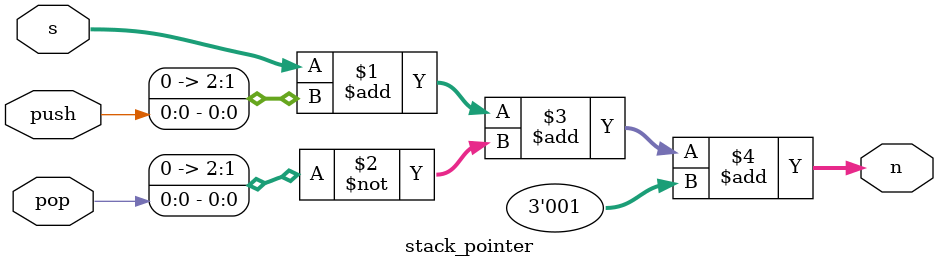
<source format=v>
module stack_pointer
(
  input [2:0] s,
  input push,
  input pop,
  output [2:0] n
);

  assign n = s + {2'b00, push} + ~{2'b00, pop} + {3'b001};

endmodule 
</source>
